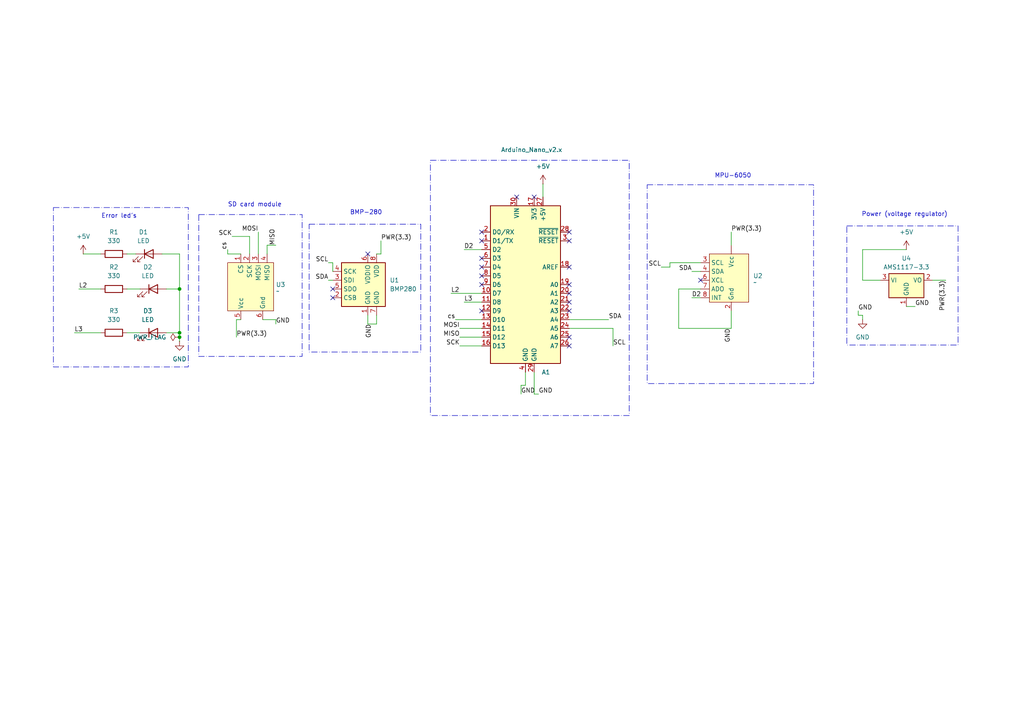
<source format=kicad_sch>
(kicad_sch (version 20250114) (generator "eeschema") (generator_version "9.0")
  (paper "A4")
  (lib_symbols
    (symbol "Device:LED" (pin_numbers (hide yes)) (pin_names (offset 1.016) (hide yes))
      (property "Reference" "D" (at 0 2.54 0))
      (property "Value" "LED" (at 0 -2.54 0))
      (symbol "LED_0_1"
        (polyline (pts (xy -3.048 -0.762) (xy -4.572 -2.286) (xy -3.81 -2.286) (xy -4.572 -2.286) (xy -4.572 -1.524)))
        (polyline (pts (xy -1.778 -0.762) (xy -3.302 -2.286) (xy -2.54 -2.286) (xy -3.302 -2.286) (xy -3.302 -1.524)))
        (polyline (pts (xy -1.27 0) (xy 1.27 0)))
        (polyline (pts (xy -1.27 -1.27) (xy -1.27 1.27)) (stroke (width 0.254)))
        (polyline (pts (xy 1.27 -1.27) (xy 1.27 1.27) (xy -1.27 0) (xy 1.27 -1.27)) (stroke (width 0.254)))
      )
      (symbol "LED_1_1"
        (pin passive line (at -3.81 0 0) (length 2.54) (name "K") (number "1"))
        (pin passive line (at 3.81 0 180) (length 2.54) (name "A") (number "2"))
      )
    )
    (symbol "Device:R" (pin_numbers (hide yes)) (pin_names (offset 0))
      (property "Reference" "R" (at 2.032 0 90))
      (property "Value" "R" (at 0 0 90))
      (symbol "R_0_1"
        (rectangle (start -1.016 -2.54) (end 1.016 2.54) (stroke (width 0.254)))
      )
      (symbol "R_1_1"
        (pin passive line (at 0 3.81 270) (length 1.27) (name "~") (number "1"))
        (pin passive line (at 0 -3.81 90) (length 1.27) (name "~") (number "2"))
      )
    )
    (symbol "MCU_Module:Arduino_Nano_v2.x"
      (property "Reference" "A" (at -10.16 23.495 0))
      (property "Value" "Arduino_Nano_v2.x" (at 5.08 -24.13 0))
      (symbol "Arduino_Nano_v2.x_0_1"
        (rectangle (start -10.16 22.86) (end 10.16 -22.86) (stroke (width 0.254)) (fill (type background)))
      )
      (symbol "Arduino_Nano_v2.x_1_1"
        (pin bidirectional line (at -12.7 15.24 0) (length 2.54) (name "D0/RX") (number "2"))
        (pin bidirectional line (at -12.7 12.7 0) (length 2.54) (name "D1/TX") (number "1"))
        (pin bidirectional line (at -12.7 10.16 0) (length 2.54) (name "D2") (number "5"))
        (pin bidirectional line (at -12.7 7.62 0) (length 2.54) (name "D3") (number "6"))
        (pin bidirectional line (at -12.7 5.08 0) (length 2.54) (name "D4") (number "7"))
        (pin bidirectional line (at -12.7 2.54 0) (length 2.54) (name "D5") (number "8"))
        (pin bidirectional line (at -12.7 0 0) (length 2.54) (name "D6") (number "9"))
        (pin bidirectional line (at -12.7 -2.54 0) (length 2.54) (name "D7") (number "10"))
        (pin bidirectional line (at -12.7 -5.08 0) (length 2.54) (name "D8") (number "11"))
        (pin bidirectional line (at -12.7 -7.62 0) (length 2.54) (name "D9") (number "12"))
        (pin bidirectional line (at -12.7 -10.16 0) (length 2.54) (name "D10") (number "13"))
        (pin bidirectional line (at -12.7 -12.7 0) (length 2.54) (name "D11") (number "14"))
        (pin bidirectional line (at -12.7 -15.24 0) (length 2.54) (name "D12") (number "15"))
        (pin bidirectional line (at -12.7 -17.78 0) (length 2.54) (name "D13") (number "16"))
        (pin power_in line (at -2.54 25.4 270) (length 2.54) (name "VIN") (number "30"))
        (pin power_in line (at 0 -25.4 90) (length 2.54) (name "GND") (number "4"))
        (pin power_out line (at 2.54 25.4 270) (length 2.54) (name "3V3") (number "17"))
        (pin power_in line (at 2.54 -25.4 90) (length 2.54) (name "GND") (number "29"))
        (pin power_out line (at 5.08 25.4 270) (length 2.54) (name "+5V") (number "27"))
        (pin input line (at 12.7 15.24 180) (length 2.54) (name "~{RESET}") (number "28"))
        (pin input line (at 12.7 12.7 180) (length 2.54) (name "~{RESET}") (number "3"))
        (pin input line (at 12.7 5.08 180) (length 2.54) (name "AREF") (number "18"))
        (pin bidirectional line (at 12.7 0 180) (length 2.54) (name "A0") (number "19"))
        (pin bidirectional line (at 12.7 -2.54 180) (length 2.54) (name "A1") (number "20"))
        (pin bidirectional line (at 12.7 -5.08 180) (length 2.54) (name "A2") (number "21"))
        (pin bidirectional line (at 12.7 -7.62 180) (length 2.54) (name "A3") (number "22"))
        (pin bidirectional line (at 12.7 -10.16 180) (length 2.54) (name "A4") (number "23"))
        (pin bidirectional line (at 12.7 -12.7 180) (length 2.54) (name "A5") (number "24"))
        (pin bidirectional line (at 12.7 -15.24 180) (length 2.54) (name "A6") (number "25"))
        (pin bidirectional line (at 12.7 -17.78 180) (length 2.54) (name "A7") (number "26"))
      )
    )
    (symbol "New_Library:MPU-6050"
      (property "Reference" "U" (at 0.254 0 0))
      (symbol "MPU-6050_1_1"
        (rectangle (start -5.08 7.62) (end 6.35 -6.35) (fill (type background)))
        (pin bidirectional line (at -7.62 5.08 0) (length 2.54) (name "SCL") (number "3"))
        (pin bidirectional line (at -7.62 2.54 0) (length 2.54) (name "SDA") (number "4"))
        (pin bidirectional line (at -7.62 0 0) (length 2.54) (name "XCL") (number "6"))
        (pin bidirectional line (at -7.62 -2.54 0) (length 2.54) (name "ADO") (number "7"))
        (pin bidirectional line (at -7.62 -5.08 0) (length 2.54) (name "INT") (number "8"))
        (pin input line (at 1.27 10.16 270) (length 2.54) (name "Vcc") (number ""))
        (pin input line (at 1.27 -8.89 90) (length 2.54) (name "Gnd") (number "2"))
      )
    )
    (symbol "New_Library:sd_card"
      (property "Reference" "U" (at 0 0 0))
      (symbol "sd_card_1_1"
        (rectangle (start -6.35 7.62) (end 6.985 -6.35) (fill (type color) (color 255 255 194 1)))
        (pin input line (at -2.54 10.16 270) (length 2.54) (name "CS") (number "1"))
        (pin input line (at -2.54 -8.89 90) (length 2.54) (name "Vcc") (number "5"))
        (pin input line (at 0 10.16 270) (length 2.54) (name "SCK") (number "2"))
        (pin input line (at 2.54 10.16 270) (length 2.54) (name "MOSI") (number "3"))
        (pin input line (at 3.81 -8.89 90) (length 2.54) (name "Gnd") (number "6"))
        (pin input line (at 5.08 10.16 270) (length 2.54) (name "MISO") (number "4"))
      )
    )
    (symbol "Regulator_Linear:AMS1117-3.3"
      (property "Reference" "U" (at -3.81 3.175 0))
      (property "Value" "AMS1117-3.3" (at 0 3.175 0))
      (symbol "AMS1117-3.3_0_1"
        (rectangle (start -5.08 -5.08) (end 5.08 1.905) (stroke (width 0.254)) (fill (type background)))
      )
      (symbol "AMS1117-3.3_1_1"
        (pin power_in line (at -7.62 0 0) (length 2.54) (name "VI") (number "3"))
        (pin power_in line (at 0 -7.62 90) (length 2.54) (name "GND") (number "1"))
        (pin power_out line (at 7.62 0 180) (length 2.54) (name "VO") (number "2"))
      )
    )
    (symbol "Sensor_Pressure:BMP280"
      (property "Reference" "U" (at -7.62 10.16 0))
      (property "Value" "BMP280" (at 5.08 10.16 0))
      (symbol "BMP280_0_1"
        (rectangle (start -7.62 -5.08) (end 5.08 7.62) (stroke (width 0.254)) (fill (type background)))
      )
      (symbol "BMP280_1_1"
        (pin input line (at -10.16 5.08 0) (length 2.54) (name "SCK") (number "4"))
        (pin bidirectional line (at -10.16 2.54 0) (length 2.54) (name "SDI") (number "3"))
        (pin bidirectional line (at -10.16 0 0) (length 2.54) (name "SDO") (number "5"))
        (pin input line (at -10.16 -2.54 0) (length 2.54) (name "CSB") (number "2"))
        (pin power_in line (at 0 10.16 270) (length 2.54) (name "VDDIO") (number "6"))
        (pin power_in line (at 0 -7.62 90) (length 2.54) (name "GND") (number "1"))
        (pin power_in line (at 2.54 10.16 270) (length 2.54) (name "VDD") (number "8"))
        (pin power_in line (at 2.54 -7.62 90) (length 2.54) (name "GND") (number "7"))
      )
    )
    (symbol "power:+5V" (power) (pin_numbers (hide yes)) (pin_names (offset 0) (hide yes))
      (property "Value" "+5V" (at 0 3.556 0))
      (symbol "+5V_0_1"
        (polyline (pts (xy -0.762 1.27) (xy 0 2.54)))
        (polyline (pts (xy 0 2.54) (xy 0.762 1.27)))
        (polyline (pts (xy 0 0) (xy 0 2.54)))
      )
      (symbol "+5V_1_1"
        (pin power_in line (at 0 0 90) (length 0) (name "~") (number "1"))
      )
    )
    (symbol "power:GND" (power) (pin_numbers (hide yes)) (pin_names (offset 0) (hide yes))
      (property "Value" "GND" (at 0 -3.81 0))
      (symbol "GND_0_1"
        (polyline (pts (xy 0 0) (xy 0 -1.27) (xy 1.27 -1.27) (xy 0 -2.54) (xy -1.27 -1.27) (xy 0 -1.27)))
      )
      (symbol "GND_1_1"
        (pin power_in line (at 0 0 270) (length 0) (name "~") (number "1"))
      )
    )
    (symbol "power:PWR_FLAG" (power) (pin_numbers (hide yes)) (pin_names (offset 0) (hide yes))
      (property "Value" "PWR_FLAG" (at 0 3.81 0))
      (symbol "PWR_FLAG_0_0"
        (pin power_out line (at 0 0 90) (length 0) (name "~") (number "1"))
      )
      (symbol "PWR_FLAG_0_1"
        (polyline (pts (xy 0 0) (xy 0 1.27) (xy -1.016 1.905) (xy 0 2.54) (xy 1.016 1.905) (xy 0 1.27)))
      )
    )
  )
  (rectangle (start 15.494 60.198) (end 54.61 106.426) (stroke (width 0) (type dash_dot)))
  (rectangle (start 245.618 65.532) (end 277.876 100.076) (stroke (width 0) (type dash_dot)))
  (rectangle (start 187.706 53.594) (end 235.966 111.252) (stroke (width 0) (type dash_dot)))
  (rectangle (start 57.658 62.23) (end 87.63 103.378) (stroke (width 0) (type dash_dot)))
  (rectangle (start 89.662 65.024) (end 122.047 102.108) (stroke (width 0) (type dash_dot)))
  (rectangle (start 124.841 46.482) (end 182.499 120.523) (stroke (width 0) (type dash_dot)))
  (text "BMP-280" (at 106.172 61.722 0) (effects (font (size 1.27 1.27))))
  (text "MPU-6050\n" (at 212.598 51.054 0) (effects (font (size 1.27 1.27))))
  (text "Power (voltage regulator)\n" (at 262.382 62.23 0) (effects (font (size 1.27 1.27))))
  (text "SD card module\n" (at 73.914 59.436 0) (effects (font (size 1.27 1.27))))
  (text "Error led's" (at 34.544 62.738 0) (effects (font (size 1.27 1.27))))
  (junction (at 52.07 83.82))
  (junction (at 52.07 96.52))
  (junction (at 52.07 97.79))
  (no_connect (at 139.7 82.55))
  (no_connect (at 165.1 77.47))
  (no_connect (at 165.1 85.09))
  (no_connect (at 165.1 100.33))
  (no_connect (at 106.68 73.66))
  (no_connect (at 96.52 83.82))
  (no_connect (at 139.7 69.85))
  (no_connect (at 139.7 80.01))
  (no_connect (at 165.1 69.85))
  (no_connect (at 139.7 74.93))
  (no_connect (at 165.1 82.55))
  (no_connect (at 149.86 57.15))
  (no_connect (at 139.7 90.17))
  (no_connect (at 139.7 77.47))
  (no_connect (at 203.2 81.28))
  (no_connect (at 165.1 97.79))
  (no_connect (at 154.94 57.15))
  (no_connect (at 96.52 86.36))
  (no_connect (at 165.1 67.31))
  (no_connect (at 165.1 87.63))
  (no_connect (at 139.7 67.31))
  (no_connect (at 165.1 90.17))
  (wire (pts (xy 52.07 73.66) (xy 52.07 83.82)))
  (wire (pts (xy 270.51 81.28) (xy 274.32 81.28)))
  (wire (pts (xy 72.39 68.58) (xy 72.39 73.66)))
  (wire (pts (xy 196.85 83.82) (xy 196.85 95.25)))
  (wire (pts (xy 165.1 92.71) (xy 176.53 92.71)))
  (wire (pts (xy 36.83 83.82) (xy 40.64 83.82)))
  (wire (pts (xy 250.19 81.28) (xy 255.27 81.28)))
  (wire (pts (xy 157.48 53.34) (xy 157.48 57.15)))
  (wire (pts (xy 133.35 97.79) (xy 139.7 97.79)))
  (wire (pts (xy 130.81 85.09) (xy 139.7 85.09)))
  (wire (pts (xy 134.62 72.39) (xy 139.7 72.39)))
  (wire (pts (xy 191.77 77.47) (xy 194.31 77.47)))
  (wire (pts (xy 248.92 90.17) (xy 248.92 91.44)))
  (wire (pts (xy 95.25 81.28) (xy 96.52 81.28)))
  (wire (pts (xy 74.93 67.31) (xy 74.93 73.66)))
  (wire (pts (xy 22.86 83.82) (xy 29.21 83.82)))
  (wire (pts (xy 200.66 78.74) (xy 203.2 78.74)))
  (wire (pts (xy 177.8 95.25) (xy 177.8 100.33)))
  (wire (pts (xy 52.07 83.82) (xy 52.07 96.52)))
  (wire (pts (xy 48.26 83.82) (xy 52.07 83.82)))
  (wire (pts (xy 203.2 83.82) (xy 196.85 83.82)))
  (wire (pts (xy 265.43 88.9) (xy 262.89 88.9)))
  (wire (pts (xy 68.58 97.79) (xy 68.58 92.71)))
  (wire (pts (xy 154.94 107.95) (xy 154.94 114.3)))
  (wire (pts (xy 165.1 95.25) (xy 177.8 95.25)))
  (wire (pts (xy 110.49 73.66) (xy 109.22 73.66)))
  (wire (pts (xy 52.07 97.79) (xy 52.07 96.52)))
  (wire (pts (xy 52.07 99.06) (xy 52.07 97.79)))
  (wire (pts (xy 77.47 71.12) (xy 77.47 73.66)))
  (wire (pts (xy 196.85 95.25) (xy 212.09 95.25)))
  (wire (pts (xy 151.13 111.76) (xy 151.13 114.3)))
  (wire (pts (xy 76.2 92.71) (xy 80.01 92.71)))
  (wire (pts (xy 134.62 87.63) (xy 139.7 87.63)))
  (wire (pts (xy 96.52 76.2) (xy 96.52 78.74)))
  (wire (pts (xy 66.04 73.66) (xy 66.04 72.39)))
  (wire (pts (xy 106.68 91.44) (xy 106.68 93.98)))
  (wire (pts (xy 194.31 76.2) (xy 203.2 76.2)))
  (wire (pts (xy 151.13 111.76) (xy 152.4 111.76)))
  (wire (pts (xy 36.83 96.52) (xy 40.64 96.52)))
  (wire (pts (xy 250.19 81.28) (xy 250.19 72.39)))
  (wire (pts (xy 133.35 100.33) (xy 139.7 100.33)))
  (wire (pts (xy 21.59 96.52) (xy 29.21 96.52)))
  (wire (pts (xy 52.07 96.52) (xy 48.26 96.52)))
  (wire (pts (xy 67.31 68.58) (xy 72.39 68.58)))
  (wire (pts (xy 80.01 92.71) (xy 80.01 93.98)))
  (wire (pts (xy 106.68 93.98) (xy 109.22 93.98)))
  (wire (pts (xy 200.66 86.36) (xy 203.2 86.36)))
  (wire (pts (xy 36.83 73.66) (xy 39.37 73.66)))
  (wire (pts (xy 46.99 73.66) (xy 52.07 73.66)))
  (wire (pts (xy 95.25 76.2) (xy 96.52 76.2)))
  (wire (pts (xy 154.94 114.3) (xy 156.21 114.3)))
  (wire (pts (xy 132.08 92.71) (xy 139.7 92.71)))
  (wire (pts (xy 24.13 73.66) (xy 29.21 73.66)))
  (wire (pts (xy 110.49 69.85) (xy 110.49 73.66)))
  (wire (pts (xy 212.09 90.17) (xy 212.09 95.25)))
  (wire (pts (xy 250.19 91.44) (xy 250.19 92.71)))
  (wire (pts (xy 152.4 107.95) (xy 152.4 111.76)))
  (wire (pts (xy 69.85 73.66) (xy 66.04 73.66)))
  (wire (pts (xy 68.58 92.71) (xy 69.85 92.71)))
  (wire (pts (xy 80.01 71.12) (xy 77.47 71.12)))
  (wire (pts (xy 248.92 91.44) (xy 250.19 91.44)))
  (wire (pts (xy 212.09 67.31) (xy 212.09 71.12)))
  (wire (pts (xy 250.19 72.39) (xy 262.89 72.39)))
  (wire (pts (xy 133.35 95.25) (xy 139.7 95.25)))
  (wire (pts (xy 109.22 91.44) (xy 109.22 93.98)))
  (wire (pts (xy 194.31 77.47) (xy 194.31 76.2)))
  (label "PWR(3.3)" (at 68.58 97.79 0))
  (label "PWR(3.3)" (at 212.09 67.31 0))
  (label "GND" (at 107.95 93.98 270))
  (label "D2" (at 200.66 86.36 0))
  (label "L2" (at 130.81 85.09 0))
  (label "L3" (at 134.62 87.63 0))
  (label "SCL" (at 177.8 100.33 0))
  (label "PWR(3.3)" (at 274.32 81.28 270))
  (label "SDA" (at 176.53 92.71 0))
  (label "SCK" (at 133.35 100.33 180))
  (label "SCK" (at 67.31 68.58 180))
  (label "L2" (at 22.86 83.82 0))
  (label "SCL" (at 95.25 76.2 180))
  (label "SCL" (at 191.77 77.47 180))
  (label "GND" (at 248.92 90.17 0))
  (label "GND" (at 156.21 114.3 0))
  (label "GND" (at 212.09 95.25 270))
  (label "GND" (at 80.01 93.98 0))
  (label "MISO" (at 133.35 97.79 180))
  (label "SDA" (at 200.66 78.74 180))
  (label "cs" (at 66.04 72.39 90))
  (label "D2" (at 134.62 72.39 0))
  (label "GND" (at 265.43 88.9 0))
  (label "cs" (at 132.08 92.71 180))
  (label "GND" (at 151.13 114.3 0))
  (label "MOSI" (at 74.93 67.31 180))
  (label "MISO" (at 80.01 71.12 90))
  (label "SDA" (at 95.25 81.28 180))
  (label "PWR(3.3)" (at 110.49 69.85 0))
  (label "MOSI" (at 133.35 95.25 180))
  (label "L3" (at 21.59 96.52 0))
  (symbol (lib_id "Device:R") (at 33.02 96.52 90) (unit 1)
    (property "Reference" "R3" (at 33.02 90.17 90))
    (property "Value" "330" (at 33.02 92.71 90))
    (property "Footprint" "Resistor_THT:R_Axial_DIN0204_L3.6mm_D1.6mm_P1.90mm_Vertical" (effects (hide yes)))
    (property "Description" "Resistor" (effects (hide yes)))
  )
  (symbol (lib_id "Device:R") (at 33.02 73.66 90) (unit 1)
    (property "Reference" "R1" (at 33.02 67.31 90))
    (property "Value" "330" (at 33.02 69.85 90))
    (property "Footprint" "Resistor_THT:R_Axial_DIN0204_L3.6mm_D1.6mm_P1.90mm_Vertical" (effects (hide yes)))
    (property "Description" "Resistor" (effects (hide yes)))
  )
  (symbol (lib_id "Device:LED") (at 44.45 83.82 0) (unit 1)
    (property "Reference" "D2" (at 42.8625 77.47 0))
    (property "Value" "LED" (at 42.8625 80.01 0))
    (property "Footprint" "LED_THT:LED_D5.0mm_Horizontal_O1.27mm_Z3.0mm" (effects (hide yes)))
    (property "Description" "Light emitting diode" (effects (hide yes)))
    (property "Sim.Pins" "1=K 2=A" (effects (hide yes)))
  )
  (symbol (lib_id "power:+5V") (at 262.89 72.39 0) (unit 1)
    (property "Reference" "#PWR04" (effects (hide yes)))
    (property "Value" "+5V" (at 262.89 67.31 0))
    (property "Description" "Power symbol creates a global label with name \"+5V\"" (effects (hide yes)))
  )
  (symbol (lib_id "Device:LED") (at 44.45 96.52 0) (unit 1)
    (property "Reference" "D3" (at 42.8625 90.17 0))
    (property "Value" "LED" (at 42.8625 92.71 0))
    (property "Footprint" "LED_THT:LED_D5.0mm_Horizontal_O1.27mm_Z3.0mm_Clear" (effects (hide yes)))
    (property "Description" "Light emitting diode" (effects (hide yes)))
    (property "Sim.Pins" "1=K 2=A" (effects (hide yes)))
  )
  (symbol (lib_id "MCU_Module:Arduino_Nano_v2.x") (at 152.4 82.55 0) (unit 1)
    (property "Reference" "A1" (at 157.0833 107.95 0) (effects (justify left)))
    (property "Value" "Arduino_Nano_v2.x" (at 145.288 43.434 0) (effects (justify left)))
    (property "Footprint" "Module:Arduino_Nano" (effects (hide yes)))
    (property "Datasheet" "https://www.arduino.cc/en/uploads/Main/ArduinoNanoManual23.pdf" (effects (hide yes)))
    (property "Description" "Arduino Nano v2.x" (effects (hide yes)))
  )
  (symbol (lib_id "Regulator_Linear:AMS1117-3.3") (at 262.89 81.28 0) (unit 1)
    (property "Reference" "U4" (at 262.89 74.93 0))
    (property "Value" "AMS1117-3.3" (at 262.89 77.47 0))
    (property "Footprint" "Package_TO_SOT_SMD:SOT-223-3_TabPin2" (effects (hide yes)))
    (property "Datasheet" "http://www.advanced-monolithic.com/pdf/ds1117.pdf" (effects (hide yes)))
    (property "Description" "1A Low Dropout regulator, positive, 3.3V fixed output, SOT-223" (effects (hide yes)))
  )
  (symbol (lib_id "power:GND") (at 250.19 92.71 0) (unit 1)
    (property "Reference" "#PWR05" (effects (hide yes)))
    (property "Value" "GND" (at 250.19 97.79 0))
    (property "Description" "Power symbol creates a global label with name \"GND\" , ground" (effects (hide yes)))
  )
  (symbol (lib_id "New_Library:MPU-6050") (at 210.82 81.28 0) (unit 1)
    (property "Reference" "U2" (at 218.44 80.0099 0) (effects (justify left)))
    (property "Value" "~" (at 218.44 81.915 0) (effects (justify left)))
  )
  (symbol (lib_id "New_Library:sd_card") (at 72.39 83.82 0) (unit 1)
    (property "Reference" "U3" (at 80.01 82.5499 0) (effects (justify left)))
    (property "Value" "~" (at 80.01 84.455 0) (effects (justify left)))
    (property "Footprint" "GovindLibrary:Sd card module" (effects (hide yes)))
  )
  (symbol (lib_id "Device:R") (at 33.02 83.82 90) (unit 1)
    (property "Reference" "R2" (at 33.02 77.47 90))
    (property "Value" "330" (at 33.02 80.01 90))
    (property "Footprint" "Resistor_THT:R_Axial_DIN0204_L3.6mm_D1.6mm_P1.90mm_Vertical" (effects (hide yes)))
    (property "Description" "Resistor" (effects (hide yes)))
  )
  (symbol (lib_id "power:+5V") (at 24.13 73.66 0) (unit 1)
    (property "Reference" "#PWR02" (effects (hide yes)))
    (property "Value" "+5V" (at 24.13 68.58 0))
    (property "Description" "Power symbol creates a global label with name \"+5V\"" (effects (hide yes)))
  )
  (symbol (lib_id "power:+5V") (at 157.48 53.34 0) (unit 1)
    (property "Reference" "#PWR03" (effects (hide yes)))
    (property "Value" "+5V" (at 157.48 48.26 0))
    (property "Description" "Power symbol creates a global label with name \"+5V\"" (effects (hide yes)))
  )
  (symbol (lib_id "power:GND") (at 52.07 99.06 0) (unit 1)
    (property "Reference" "#PWR01" (effects (hide yes)))
    (property "Value" "GND" (at 52.07 104.14 0))
    (property "Description" "Power symbol creates a global label with name \"GND\" , ground" (effects (hide yes)))
  )
  (symbol (lib_id "Device:LED") (at 43.18 73.66 0) (unit 1)
    (property "Reference" "D1" (at 41.5925 67.31 0))
    (property "Value" "LED" (at 41.5925 69.85 0))
    (property "Footprint" "LED_THT:LED_D3.0mm" (effects (hide yes)))
    (property "Description" "Light emitting diode" (effects (hide yes)))
    (property "Sim.Pins" "1=K 2=A" (effects (hide yes)))
  )
  (symbol (lib_id "power:PWR_FLAG") (at 52.07 97.79 90) (unit 1)
    (property "Reference" "#FLG03" (effects (hide yes)))
    (property "Value" "PWR_FLAG" (at 48.26 97.7899 90) (effects (justify left)))
    (property "Description" "Special symbol for telling ERC where power comes from" (effects (hide yes)))
  )
  (symbol (lib_id "Sensor_Pressure:BMP280") (at 106.68 83.82 0) (unit 1)
    (property "Reference" "U1" (at 113.03 81.2799 0) (effects (justify left)))
    (property "Value" "BMP280" (at 113.03 83.8199 0) (effects (justify left)))
    (property "Footprint" "Package_LGA:Bosch_LGA-8_2x2.5mm_P0.65mm_ClockwisePinNumbering" (effects (hide yes)))
    (property "Datasheet" "https://ae-bst.resource.bosch.com/media/_tech/media/datasheets/BST-BMP280-DS001.pdf" (effects (hide yes)))
    (property "Description" "Absolute Barometric Pressure Sensor, LGA-8" (effects (hide yes)))
  )
)
</source>
